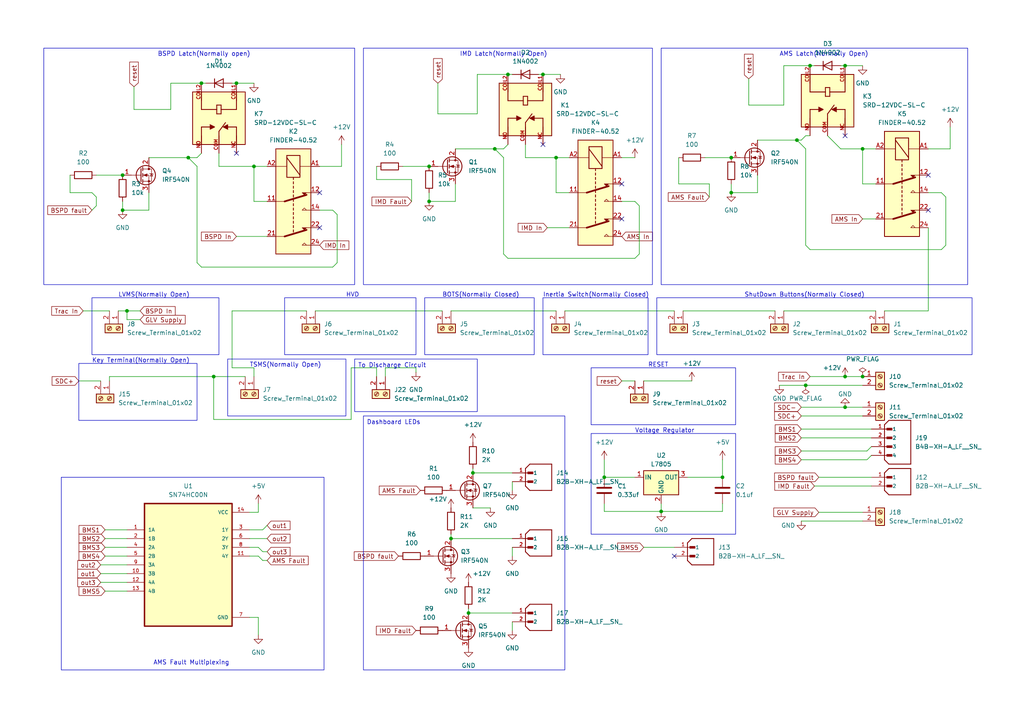
<source format=kicad_sch>
(kicad_sch (version 20230121) (generator eeschema)
  (paper "A4")
  (title_block (title "ShutDown Circuit") (rev "V1") (company "Phoenix Racing Electric"))
  (lib_symbols
    (symbol "Connector:Screw_Terminal_01x02" (pin_names (offset 1.016) hide)
      (property "Reference" "J" (at 0 2.54 0))
      (property "Value" "Screw_Terminal_01x02" (at 0 -5.08 0))
      (symbol "Screw_Terminal_01x02_1_1"
        (pin passive line (at -5.08 0 0) (length 3.81) (name "Pin_1") (number "1"))
        (pin passive line (at -5.08 -2.54 0) (length 3.81) (name "Pin_2") (number "2"))
      )
    )
    (symbol "Device:C" (pin_numbers hide) (pin_names (offset 0.254))
      (property "Reference" "C" (at 0.635 2.54 0))
      (property "Value" "C" (at 0.635 -2.54 0))
      (symbol "C_1_1"
        (pin passive line (at 0 3.81 270) (length 2.794) (name "~") (number "1"))
        (pin passive line (at 0 -3.81 90) (length 2.794) (name "~") (number "2"))
      )
    )
    (symbol "Device:R" (pin_numbers hide) (pin_names (offset 0))
      (property "Reference" "R" (at 2.032 0 90))
      (property "Value" "R" (at 0 0 90))
      (symbol "R_1_1"
        (pin passive line (at 0 3.81 270) (length 1.27) (name "~") (number "1"))
        (pin passive line (at 0 -3.81 90) (length 1.27) (name "~") (number "2"))
      )
    )
    (symbol "Diode:1N4002" (pin_numbers hide) (pin_names hide)
      (property "Reference" "D" (at 0 2.54 0))
      (property "Value" "1N4002" (at 0 -2.54 0))
      (symbol "1N4002_1_1"
        (pin passive line (at -3.81 0 0) (length 2.54) (name "K") (number "1"))
        (pin passive line (at 3.81 0 180) (length 2.54) (name "A") (number "2"))
      )
    )
    (symbol "Regulator_Linear:L7805" (pin_names (offset 0.254))
      (property "Reference" "U" (at -3.81 3.175 0))
      (property "Value" "L7805" (at 0 3.175 0))
      (symbol "L7805_1_1"
        (pin power_in line (at -7.62 0 0) (length 2.54) (name "IN") (number "1"))
        (pin power_in line (at 0 -7.62 90) (length 2.54) (name "GND") (number "2"))
        (pin power_out line (at 7.62 0 180) (length 2.54) (name "OUT") (number "3"))
      )
    )
    (symbol "Relay:FINDER-40.52"
      (property "Reference" "K" (at 16.51 3.81 0))
      (property "Value" "FINDER-40.52" (at 16.51 1.27 0))
      (symbol "FINDER-40.52_1_1"
        (pin passive line (at 0 -7.62 90) (length 2.54) (name "~") (number "11"))
        (pin passive line (at -2.54 7.62 270) (length 2.54) (name "~") (number "12"))
        (pin passive line (at 2.54 7.62 270) (length 2.54) (name "~") (number "14"))
        (pin passive line (at 10.16 -7.62 90) (length 2.54) (name "~") (number "21"))
        (pin passive line (at 7.62 7.62 270) (length 2.54) (name "~") (number "22"))
        (pin passive line (at 12.7 7.62 270) (length 2.54) (name "~") (number "24"))
        (pin passive line (at -10.16 7.62 270) (length 2.54) (name "~") (number "A1"))
        (pin passive line (at -10.16 -7.62 90) (length 2.54) (name "~") (number "A2"))
      )
    )
    (symbol "SN74HC00N:SN74HC00N" (pin_names (offset 1.016))
      (property "Reference" "U" (at -12.7 18.78 0))
      (property "Value" "SN74HC00N" (at -12.7 -21.78 0))
      (symbol "SN74HC00N_0_0"
        (pin input line (at -17.78 10.16 0) (length 5.08) (name "1A") (number "1"))
        (pin input line (at -17.78 -2.54 0) (length 5.08) (name "3B") (number "10"))
        (pin output line (at 17.78 2.54 180) (length 5.08) (name "4Y") (number "11"))
        (pin input line (at -17.78 -5.08 0) (length 5.08) (name "4A") (number "12"))
        (pin input line (at -17.78 -7.62 0) (length 5.08) (name "4B") (number "13"))
        (pin power_in line (at 17.78 15.24 180) (length 5.08) (name "VCC") (number "14"))
        (pin input line (at -17.78 7.62 0) (length 5.08) (name "1B") (number "2"))
        (pin output line (at 17.78 10.16 180) (length 5.08) (name "1Y") (number "3"))
        (pin input line (at -17.78 5.08 0) (length 5.08) (name "2A") (number "4"))
        (pin input line (at -17.78 2.54 0) (length 5.08) (name "2B") (number "5"))
        (pin output line (at 17.78 7.62 180) (length 5.08) (name "2Y") (number "6"))
        (pin power_in line (at 17.78 -15.24 180) (length 5.08) (name "GND") (number "7"))
        (pin output line (at 17.78 5.08 180) (length 5.08) (name "3Y") (number "8"))
        (pin input line (at -17.78 0 0) (length 5.08) (name "3A") (number "9"))
      )
    )
    (symbol "SRD-12VDC-SL-C:SRD-12VDC-SL-C" (pin_names (offset 1.016))
      (property "Reference" "K" (at -7.62 8.89 0))
      (property "Value" "SRD-12VDC-SL-C" (at -7.62 -10.16 0))
      (symbol "SRD-12VDC-SL-C_0_0"
        (pin passive line (at -10.16 5.08 0) (length 5.08) (name "~") (number "COIL1"))
        (pin passive line (at -10.16 -5.08 0) (length 5.08) (name "~") (number "COIL2"))
        (pin passive line (at 10.16 0 180) (length 5.08) (name "~") (number "COM"))
        (pin passive line (at 10.16 5.08 180) (length 5.08) (name "~") (number "NC"))
        (pin passive line (at 10.16 -5.08 180) (length 5.08) (name "~") (number "NO"))
      )
    )
    (symbol "Transistor_FET:IRF540N" (pin_names hide)
      (property "Reference" "Q" (at 6.35 1.905 0))
      (property "Value" "IRF540N" (at 6.35 0 0))
      (symbol "IRF540N_1_1"
        (pin input line (at -5.08 0 0) (length 2.54) (name "G") (number "1"))
        (pin passive line (at 2.54 5.08 270) (length 2.54) (name "D") (number "2"))
        (pin passive line (at 2.54 -5.08 90) (length 2.54) (name "S") (number "3"))
      )
    )
    (symbol "conn-JST-2pin:B2B-XH-A_LF__SN_" (pin_names (offset 1.016))
      (property "Reference" "J" (at -2.54 6.35 0))
      (property "Value" "B2B-XH-A_LF__SN_" (at -2.54 -5.08 0))
      (symbol "B2B-XH-A_LF__SN__0_0"
        (pin passive line (at -7.62 2.54 0) (length 5.08) (name "1") (number "1"))
        (pin passive line (at -7.62 0 0) (length 5.08) (name "2") (number "2"))
      )
    )
    (symbol "conn-JST-4pin:B4B-XH-A_LF__SN_" (pin_names (offset 1.016))
      (property "Reference" "J" (at -2.54 6.35 0))
      (property "Value" "B4B-XH-A_LF__SN_" (at -2.54 -10.16 0))
      (symbol "B4B-XH-A_LF__SN__0_0"
        (pin passive line (at -7.62 2.54 0) (length 5.08) (name "1") (number "1"))
        (pin passive line (at -7.62 0 0) (length 5.08) (name "2") (number "2"))
        (pin passive line (at -7.62 -2.54 0) (length 5.08) (name "3") (number "3"))
        (pin passive line (at -7.62 -5.08 0) (length 5.08) (name "4") (number "4"))
      )
    )
    (symbol "power:+12V" (power) (pin_names (offset 0))
      (property "Value" "+12V" (at 0 3.556 0))
      (symbol "+12V_1_1"
        (pin power_in line (at 0 0 90) (length 0) hide (name "+12V") (number "1"))
      )
    )
    (symbol "power:+5V" (power) (pin_names (offset 0))
      (property "Value" "+5V" (at 0 3.556 0))
      (symbol "+5V_1_1"
        (pin power_in line (at 0 0 90) (length 0) hide (name "+5V") (number "1"))
      )
    )
    (symbol "power:GND" (power) (pin_names (offset 0))
      (property "Value" "GND" (at 0 -3.81 0))
      (symbol "GND_1_1"
        (pin power_in line (at 0 0 270) (length 0) hide (name "GND") (number "1"))
      )
    )
    (symbol "power:PWR_FLAG" (power) (pin_numbers hide) (pin_names (offset 0) hide)
      (property "Value" "PWR_FLAG" (at 0 3.81 0))
      (symbol "PWR_FLAG_0_0"
        (pin power_out line (at 0 0 90) (length 0) (name "pwr") (number "1"))
      )
    )
  )
  (junction (at 61.976 109.22))
  (junction (at 245.11 118.11))
  (junction (at 157.48 21.59))
  (junction (at 58.42 24.13))
  (junction (at 35.56 50.8))
  (junction (at 250.19 43.18))
  (junction (at 175.26 138.43))
  (junction (at 73.66 48.26))
  (junction (at 234.95 19.05))
  (junction (at 36.83 90.17))
  (junction (at 124.46 58.42))
  (junction (at 212.09 55.88))
  (junction (at 130.81 156.21))
  (junction (at 137.16 137.16))
  (junction (at 209.55 138.43))
  (junction (at 250.19 109.22))
  (junction (at 191.77 148.336))
  (junction (at 245.11 19.05))
  (junction (at 245.11 109.22))
  (junction (at 147.32 21.59))
  (junction (at 212.09 45.72))
  (junction (at 161.29 45.72))
  (junction (at 135.89 177.8))
  (junction (at 68.58 24.13))
  (junction (at 143.51 43.18))
  (junction (at 233.68 111.76))
  (junction (at 124.46 48.26))
  (junction (at 231.14 40.64))
  (junction (at 35.56 60.96))
  (junction (at 54.61 45.72))
  (no_connect (at 195.58 161.29))
  (no_connect (at 92.71 66.04))
  (no_connect (at 157.48 41.91))
  (no_connect (at 269.24 50.8))
  (no_connect (at 68.58 44.45))
  (no_connect (at 269.24 60.96))
  (no_connect (at 245.11 39.37))
  (no_connect (at 180.34 63.5))
  (no_connect (at 92.71 55.88))
  (no_connect (at 180.34 53.34))
  (wire (pts (xy 198.12 90.17) (xy 224.79 90.17)))
  (wire (pts (xy 146.05 45.72) (xy 143.51 43.18)))
  (wire (pts (xy 137.16 137.16) (xy 148.59 137.16)))
  (wire (pts (xy 35.56 60.96) (xy 43.18 60.96)))
  (wire (pts (xy 30.48 161.29) (xy 36.83 161.29)))
  (wire (pts (xy 61.976 109.22) (xy 71.12 109.22)))
  (wire (pts (xy 232.41 130.81) (xy 251.46 130.81)))
  (wire (pts (xy 152.4 45.72) (xy 161.29 45.72)))
  (wire (pts (xy 54.61 45.72) (xy 57.15 45.72)))
  (wire (pts (xy 227.33 19.05) (xy 227.33 30.48)))
  (wire (pts (xy 274.32 71.12) (xy 273.05 72.39)))
  (wire (pts (xy 38.862 25.146) (xy 38.862 31.75)))
  (wire (pts (xy 250.19 53.34) (xy 254 53.34)))
  (wire (pts (xy 232.41 133.35) (xy 251.46 133.35)))
  (wire (pts (xy 243.84 43.18) (xy 250.19 43.18)))
  (wire (pts (xy 236.22 140.97) (xy 252.73 140.97)))
  (wire (pts (xy 245.11 109.22) (xy 250.19 109.22)))
  (wire (pts (xy 76.2 160.02) (xy 74.93 158.75)))
  (wire (pts (xy 147.32 21.59) (xy 148.59 21.59)))
  (wire (pts (xy 243.84 19.05) (xy 245.11 19.05)))
  (wire (pts (xy 240.03 39.37) (xy 243.84 43.18)))
  (wire (pts (xy 180.34 58.42) (xy 184.15 58.42)))
  (wire (pts (xy 111.76 106.68) (xy 120.65 106.68)))
  (wire (pts (xy 161.29 45.72) (xy 165.1 45.72)))
  (wire (pts (xy 35.56 58.42) (xy 35.56 60.96)))
  (wire (pts (xy 22.86 110.49) (xy 29.21 110.49)))
  (wire (pts (xy 77.47 160.02) (xy 76.2 160.02)))
  (wire (pts (xy 232.41 151.13) (xy 250.19 151.13)))
  (wire (pts (xy 161.29 55.88) (xy 165.1 55.88)))
  (wire (pts (xy 175.26 146.05) (xy 175.26 148.336)))
  (wire (pts (xy 74.93 161.29) (xy 76.2 162.56)))
  (wire (pts (xy 130.81 156.21) (xy 148.59 156.21)))
  (wire (pts (xy 58.42 24.13) (xy 59.69 24.13)))
  (wire (pts (xy 38.862 31.75) (xy 49.53 31.75)))
  (wire (pts (xy 212.09 53.34) (xy 212.09 55.88)))
  (wire (pts (xy 27.94 59.69) (xy 26.67 60.96)))
  (wire (pts (xy 251.46 130.81) (xy 252.73 129.54)))
  (wire (pts (xy 132.08 53.34) (xy 132.08 58.42)))
  (wire (pts (xy 185.42 73.66) (xy 184.15 74.93)))
  (wire (pts (xy 57.15 76.2) (xy 57.15 48.26)))
  (wire (pts (xy 227.33 19.05) (xy 234.95 19.05)))
  (wire (pts (xy 76.2 153.67) (xy 77.47 152.4)))
  (wire (pts (xy 191.77 148.336) (xy 209.55 148.336)))
  (wire (pts (xy 217.17 30.48) (xy 227.33 30.48)))
  (wire (pts (xy 275.59 36.83) (xy 275.59 43.18)))
  (wire (pts (xy 274.32 57.15) (xy 274.32 71.12)))
  (wire (pts (xy 132.08 43.18) (xy 143.51 43.18)))
  (wire (pts (xy 232.41 124.46) (xy 252.73 124.46)))
  (wire (pts (xy 234.95 72.39) (xy 233.68 71.12)))
  (wire (pts (xy 109.22 52.07) (xy 119.38 52.07)))
  (wire (pts (xy 99.06 41.91) (xy 99.06 48.26)))
  (wire (pts (xy 72.39 156.21) (xy 77.47 156.21)))
  (wire (pts (xy 130.81 154.94) (xy 130.81 156.21)))
  (wire (pts (xy 237.49 138.43) (xy 252.73 138.43)))
  (wire (pts (xy 137.16 147.32) (xy 142.24 147.32)))
  (wire (pts (xy 217.17 22.86) (xy 217.17 30.48)))
  (wire (pts (xy 186.69 158.75) (xy 195.58 158.75)))
  (wire (pts (xy 199.39 138.43) (xy 209.55 138.43)))
  (wire (pts (xy 269.24 55.88) (xy 273.05 55.88)))
  (wire (pts (xy 233.68 111.76) (xy 250.19 111.76)))
  (wire (pts (xy 251.46 133.35) (xy 252.73 132.08)))
  (wire (pts (xy 156.21 21.59) (xy 157.48 21.59)))
  (wire (pts (xy 92.71 48.26) (xy 99.06 48.26)))
  (wire (pts (xy 111.76 106.68) (xy 111.76 109.22)))
  (wire (pts (xy 135.89 176.53) (xy 135.89 177.8)))
  (wire (pts (xy 180.34 110.49) (xy 184.15 110.49)))
  (wire (pts (xy 146.05 73.66) (xy 146.05 45.72)))
  (wire (pts (xy 233.68 43.18) (xy 231.14 40.64)))
  (wire (pts (xy 227.33 90.17) (xy 254 90.17)))
  (wire (pts (xy 175.26 148.336) (xy 191.77 148.336)))
  (wire (pts (xy 74.93 146.05) (xy 74.93 148.59)))
  (wire (pts (xy 191.77 148.336) (xy 191.77 148.59)))
  (wire (pts (xy 161.29 45.72) (xy 161.29 55.88)))
  (wire (pts (xy 92.71 60.96) (xy 96.52 60.96)))
  (wire (pts (xy 158.75 66.04) (xy 165.1 66.04)))
  (wire (pts (xy 124.46 58.42) (xy 132.08 58.42)))
  (wire (pts (xy 250.19 63.5) (xy 254 63.5)))
  (wire (pts (xy 30.48 156.21) (xy 36.83 156.21)))
  (wire (pts (xy 61.976 109.22) (xy 61.976 121.666)))
  (wire (pts (xy 76.2 162.56) (xy 77.47 162.56)))
  (wire (pts (xy 196.85 53.34) (xy 196.85 45.72)))
  (wire (pts (xy 67.31 90.17) (xy 88.9 90.17)))
  (wire (pts (xy 97.79 76.2) (xy 96.52 77.47)))
  (wire (pts (xy 209.55 133.35) (xy 209.55 138.43)))
  (wire (pts (xy 36.83 92.71) (xy 40.64 92.71)))
  (wire (pts (xy 250.19 43.18) (xy 254 43.18)))
  (wire (pts (xy 204.47 45.72) (xy 212.09 45.72)))
  (wire (pts (xy 137.16 135.89) (xy 137.16 137.16)))
  (wire (pts (xy 234.95 109.22) (xy 245.11 109.22)))
  (wire (pts (xy 72.39 153.67) (xy 76.2 153.67)))
  (wire (pts (xy 30.48 158.75) (xy 36.83 158.75)))
  (wire (pts (xy 63.5 48.26) (xy 73.66 48.26)))
  (wire (pts (xy 36.83 90.17) (xy 36.83 92.71)))
  (wire (pts (xy 30.48 171.45) (xy 36.83 171.45)))
  (wire (pts (xy 186.69 110.49) (xy 200.66 110.49)))
  (wire (pts (xy 209.55 146.05) (xy 209.55 148.336)))
  (wire (pts (xy 127 33.02) (xy 138.43 33.02)))
  (wire (pts (xy 31.75 109.22) (xy 31.75 110.49)))
  (wire (pts (xy 30.48 153.67) (xy 36.83 153.67)))
  (wire (pts (xy 26.67 55.88) (xy 27.94 57.15)))
  (wire (pts (xy 231.14 40.64) (xy 232.41 40.64)))
  (wire (pts (xy 20.32 50.8) (xy 20.32 55.88)))
  (wire (pts (xy 109.22 48.26) (xy 109.22 52.07)))
  (wire (pts (xy 138.43 21.59) (xy 138.43 33.02)))
  (wire (pts (xy 269.24 43.18) (xy 275.59 43.18)))
  (wire (pts (xy 233.68 71.12) (xy 233.68 43.18)))
  (wire (pts (xy 72.39 161.29) (xy 74.93 161.29)))
  (wire (pts (xy 245.11 19.05) (xy 250.19 19.05)))
  (wire (pts (xy 34.29 90.17) (xy 36.83 90.17)))
  (wire (pts (xy 63.5 44.45) (xy 63.5 48.26)))
  (wire (pts (xy 152.4 41.91) (xy 152.4 45.72)))
  (wire (pts (xy 175.26 138.43) (xy 184.15 138.43)))
  (wire (pts (xy 234.95 39.37) (xy 233.68 39.37)))
  (wire (pts (xy 58.42 77.47) (xy 57.15 76.2)))
  (wire (pts (xy 68.58 68.58) (xy 77.47 68.58)))
  (wire (pts (xy 148.59 139.7) (xy 148.59 142.24)))
  (wire (pts (xy 29.21 166.37) (xy 36.83 166.37)))
  (wire (pts (xy 146.05 43.18) (xy 147.32 41.91)))
  (wire (pts (xy 205.74 53.34) (xy 205.74 57.15)))
  (wire (pts (xy 67.31 90.17) (xy 67.31 106.68)))
  (wire (pts (xy 49.53 24.13) (xy 49.53 31.75)))
  (wire (pts (xy 72.39 148.59) (xy 74.93 148.59)))
  (wire (pts (xy 184.15 74.93) (xy 147.32 74.93)))
  (wire (pts (xy 109.22 106.68) (xy 109.22 109.22)))
  (wire (pts (xy 74.93 179.07) (xy 74.93 184.15)))
  (wire (pts (xy 157.48 21.59) (xy 162.56 21.59)))
  (wire (pts (xy 36.83 90.17) (xy 40.64 90.17)))
  (wire (pts (xy 61.976 121.666) (xy 101.854 121.666)))
  (wire (pts (xy 119.38 52.07) (xy 119.38 58.42)))
  (wire (pts (xy 184.15 58.42) (xy 185.42 59.69)))
  (wire (pts (xy 143.51 43.18) (xy 146.05 43.18)))
  (wire (pts (xy 72.39 179.07) (xy 74.93 179.07)))
  (wire (pts (xy 237.49 148.59) (xy 250.19 148.59)))
  (wire (pts (xy 57.15 48.26) (xy 54.61 45.72)))
  (wire (pts (xy 273.05 55.88) (xy 274.32 57.15)))
  (wire (pts (xy 269.24 66.04) (xy 269.24 90.17)))
  (wire (pts (xy 29.21 163.83) (xy 36.83 163.83)))
  (wire (pts (xy 116.84 48.26) (xy 124.46 48.26)))
  (wire (pts (xy 101.854 106.68) (xy 109.22 106.68)))
  (wire (pts (xy 29.21 168.91) (xy 36.83 168.91)))
  (wire (pts (xy 180.34 45.72) (xy 184.15 45.72)))
  (wire (pts (xy 91.44 90.17) (xy 128.27 90.17)))
  (wire (pts (xy 73.66 106.68) (xy 73.66 109.22)))
  (wire (pts (xy 20.32 55.88) (xy 26.67 55.88)))
  (wire (pts (xy 96.52 60.96) (xy 97.79 62.23)))
  (wire (pts (xy 27.94 57.15) (xy 27.94 59.69)))
  (wire (pts (xy 67.31 106.68) (xy 73.66 106.68)))
  (wire (pts (xy 43.18 45.72) (xy 54.61 45.72)))
  (wire (pts (xy 96.52 77.47) (xy 58.42 77.47)))
  (wire (pts (xy 31.75 109.22) (xy 61.976 109.22)))
  (wire (pts (xy 232.41 127) (xy 252.73 127)))
  (wire (pts (xy 147.32 74.93) (xy 146.05 73.66)))
  (wire (pts (xy 58.42 44.45) (xy 57.15 45.72)))
  (wire (pts (xy 163.83 90.17) (xy 195.58 90.17)))
  (wire (pts (xy 256.54 90.17) (xy 269.24 90.17)))
  (wire (pts (xy 273.05 72.39) (xy 234.95 72.39)))
  (wire (pts (xy 185.42 59.69) (xy 185.42 73.66)))
  (wire (pts (xy 219.71 40.64) (xy 231.14 40.64)))
  (wire (pts (xy 43.18 55.88) (xy 43.18 60.96)))
  (wire (pts (xy 101.854 106.68) (xy 101.854 121.666)))
  (wire (pts (xy 232.41 120.65) (xy 250.19 120.65)))
  (wire (pts (xy 138.43 21.59) (xy 147.32 21.59)))
  (wire (pts (xy 175.26 133.35) (xy 175.26 138.43)))
  (wire (pts (xy 148.59 180.34) (xy 148.59 182.88)))
  (wire (pts (xy 130.81 90.17) (xy 161.29 90.17)))
  (wire (pts (xy 233.68 39.37) (xy 232.41 40.64)))
  (wire (pts (xy 68.58 24.13) (xy 73.66 24.13)))
  (wire (pts (xy 49.53 24.13) (xy 58.42 24.13)))
  (wire (pts (xy 120.65 106.68) (xy 120.65 107.95)))
  (wire (pts (xy 73.66 58.42) (xy 77.47 58.42)))
  (wire (pts (xy 205.74 53.34) (xy 196.85 53.34)))
  (wire (pts (xy 24.13 90.17) (xy 31.75 90.17)))
  (wire (pts (xy 232.41 118.11) (xy 245.11 118.11)))
  (wire (pts (xy 27.94 50.8) (xy 35.56 50.8)))
  (wire (pts (xy 135.89 177.8) (xy 148.59 177.8)))
  (wire (pts (xy 73.66 48.26) (xy 77.47 48.26)))
  (wire (pts (xy 97.79 62.23) (xy 97.79 76.2)))
  (wire (pts (xy 73.66 48.26) (xy 73.66 58.42)))
  (wire (pts (xy 124.46 55.88) (xy 124.46 58.42)))
  (wire (pts (xy 245.11 118.11) (xy 250.19 118.11)))
  (wire (pts (xy 67.31 24.13) (xy 68.58 24.13)))
  (wire (pts (xy 219.71 50.8) (xy 219.71 55.88)))
  (wire (pts (xy 191.77 146.05) (xy 191.77 148.336)))
  (wire (pts (xy 72.39 158.75) (xy 74.93 158.75)))
  (wire (pts (xy 148.59 158.75) (xy 148.59 161.29)))
  (wire (pts (xy 226.06 111.76) (xy 233.68 111.76)))
  (wire (pts (xy 212.09 55.88) (xy 219.71 55.88)))
  (wire (pts (xy 250.19 43.18) (xy 250.19 53.34)))
  (wire (pts (xy 127 24.13) (xy 127 33.02)))
  (wire (pts (xy 234.95 19.05) (xy 236.22 19.05)))
  (rectangle (start 123.19 86.36) (end 154.94 102.87))
  (rectangle (start 191.77 86.36) (end 191.77 86.36))
  (rectangle (start 12.7 13.97) (end 102.87 82.55))
  (rectangle (start 171.45 125.73) (end 213.36 154.94))
  (rectangle (start 105.41 13.97) (end 189.23 82.55))
  (rectangle (start 26.67 86.36) (end 63.5 102.87))
  (rectangle (start 82.55 86.36) (end 120.65 102.87))
  (rectangle (start 190.5 86.36) (end 281.94 102.87))
  (rectangle (start 157.48 86.36) (end 187.96 102.87))
  (rectangle (start 22.86 105.41) (end 57.15 121.92))
  (rectangle (start 17.78 138.43) (end 93.98 194.31))
  (rectangle (start 171.45 106.68) (end 213.36 123.19))
  (rectangle (start 191.77 86.36) (end 191.77 86.36))
  (rectangle (start 191.77 13.97) (end 280.67 82.55))
  (rectangle (start 66.04 104.14) (end 100.33 120.65))
  (text_box "To Discharge Circuit\n" (at 102.87 104.14 0) (size 35.56 15.24) (effects (font (size 1.27 1.27)) (justify left top)))
  (text_box "Dashboard LEDs" (at 105.41 120.65 0) (size 58.42 73.66) (effects (font (size 1.27 1.27)) (justify left top)))
  (text "AMS Latch(Normally Open)" (at 226.06 16.51 0) (effects (font (size 1.27 1.27)) (justify left bottom)))
  (text "LVMS(Normally Open)" (at 34.29 86.36 0) (effects (font (size 1.27 1.27)) (justify left bottom)))
  (text "BOTS(Normally Closed)" (at 128.27 86.36 0) (effects (font (size 1.27 1.27)) (justify left bottom)))
  (text "HVD " (at 100.33 86.36 0) (effects (font (size 1.27 1.27)) (justify left bottom)))
  (text "TSMS(Normally Open)" (at 72.39 106.68 0) (effects (font (size 1.27 1.27)) (justify left bottom)))
  (text "AMS Fault Multiplexing" (at 44.45 193.04 0) (effects (font (size 1.27 1.27)) (justify left bottom)))
  (text "IMD Latch(Normally Open)" (at 133.35 16.51 0) (effects (font (size 1.27 1.27)) (justify left bottom)))
  (text "BSPD Latch(Normally open)" (at 45.72 16.51 0) (effects (font (size 1.27 1.27)) (justify left bottom)))
  (text "RESET" (at 187.96 106.68 0) (effects (font (size 1.27 1.27)) (justify left bottom)))
  (text "ShutDown Buttons(Normally Closed)" (at 215.9 86.36 0) (effects (font (size 1.27 1.27)) (justify left bottom)))
  (text "Inertia Switch(Normally Closed)" (at 157.48 86.36 0) (effects (font (size 1.27 1.27)) (justify left bottom)))
  (text "Voltage Regulator" (at 184.15 125.73 0) (effects (font (size 1.27 1.27)) (justify left bottom)))
  (text "Key Terminal(Normally Open)" (at 26.67 105.41 0) (effects (font (size 1.27 1.27)) (justify left bottom)))
  (global_label "AMS In" (shape input) (at 180.34 68.58 0) (property "Intersheetrefs" "${INTERSHEET_REFS}" (effects hide)))
  (global_label "reset" (shape input) (at 217.17 22.86 90) (property "Intersheetrefs" "${INTERSHEET_REFS}" (effects hide)))
  (global_label "IMD Fault" (shape input) (at 119.38 58.42 180) (property "Intersheetrefs" "${INTERSHEET_REFS}" (effects hide)))
  (global_label "BSPD fault" (shape input) (at 26.67 60.96 180) (property "Intersheetrefs" "${INTERSHEET_REFS}" (effects hide)))
  (global_label "BMS1" (shape input) (at 232.41 124.46 180) (property "Intersheetrefs" "${INTERSHEET_REFS}" (effects hide)))
  (global_label "SDC+" (shape input) (at 22.86 110.49 180) (property "Intersheetrefs" "${INTERSHEET_REFS}" (effects hide)))
  (global_label "out1" (shape input) (at 77.47 152.4 0) (property "Intersheetrefs" "${INTERSHEET_REFS}" (effects hide)))
  (global_label "BMS3" (shape input) (at 232.41 130.81 180) (property "Intersheetrefs" "${INTERSHEET_REFS}" (effects hide)))
  (global_label "BMS4" (shape input) (at 232.41 133.35 180) (property "Intersheetrefs" "${INTERSHEET_REFS}" (effects hide)))
  (global_label "AMS Fault" (shape input) (at 121.92 142.24 180) (property "Intersheetrefs" "${INTERSHEET_REFS}" (effects hide)))
  (global_label "reset" (shape input) (at 38.862 25.146 90) (property "Intersheetrefs" "${INTERSHEET_REFS}" (effects hide)))
  (global_label "Trac In" (shape input) (at 24.13 90.17 180) (property "Intersheetrefs" "${INTERSHEET_REFS}" (effects hide)))
  (global_label "AMS In" (shape input) (at 250.19 63.5 180) (property "Intersheetrefs" "${INTERSHEET_REFS}" (effects hide)))
  (global_label "SDC+" (shape input) (at 232.41 120.65 180) (property "Intersheetrefs" "${INTERSHEET_REFS}" (effects hide)))
  (global_label "out3" (shape input) (at 77.47 160.02 0) (property "Intersheetrefs" "${INTERSHEET_REFS}" (effects hide)))
  (global_label "IMD Fault" (shape input) (at 236.22 140.97 180) (property "Intersheetrefs" "${INTERSHEET_REFS}" (effects hide)))
  (global_label "IMD In" (shape input) (at 92.71 71.12 0) (property "Intersheetrefs" "${INTERSHEET_REFS}" (effects hide)))
  (global_label "reset" (shape input) (at 180.34 110.49 180) (property "Intersheetrefs" "${INTERSHEET_REFS}" (effects hide)))
  (global_label "out1" (shape input) (at 29.21 166.37 180) (property "Intersheetrefs" "${INTERSHEET_REFS}" (effects hide)))
  (global_label "BMS1" (shape input) (at 30.48 153.67 180) (property "Intersheetrefs" "${INTERSHEET_REFS}" (effects hide)))
  (global_label "BSPD In" (shape input) (at 40.64 90.17 0) (property "Intersheetrefs" "${INTERSHEET_REFS}" (effects hide)))
  (global_label "reset" (shape input) (at 127 24.13 90) (property "Intersheetrefs" "${INTERSHEET_REFS}" (effects hide)))
  (global_label "BSPD fault" (shape input) (at 115.57 161.29 180) (property "Intersheetrefs" "${INTERSHEET_REFS}" (effects hide)))
  (global_label "SDC-" (shape input) (at 232.41 118.11 180) (property "Intersheetrefs" "${INTERSHEET_REFS}" (effects hide)))
  (global_label "BMS5" (shape input) (at 30.48 171.45 180) (property "Intersheetrefs" "${INTERSHEET_REFS}" (effects hide)))
  (global_label "GLV Supply" (shape input) (at 40.64 92.71 0) (property "Intersheetrefs" "${INTERSHEET_REFS}" (effects hide)))
  (global_label "out3" (shape input) (at 29.21 168.91 180) (property "Intersheetrefs" "${INTERSHEET_REFS}" (effects hide)))
  (global_label "BMS4" (shape input) (at 30.48 161.29 180) (property "Intersheetrefs" "${INTERSHEET_REFS}" (effects hide)))
  (global_label "BMS5" (shape input) (at 186.69 158.75 180) (property "Intersheetrefs" "${INTERSHEET_REFS}" (effects hide)))
  (global_label "BMS2" (shape input) (at 30.48 156.21 180) (property "Intersheetrefs" "${INTERSHEET_REFS}" (effects hide)))
  (global_label "BSPD fault" (shape input) (at 237.49 138.43 180) (property "Intersheetrefs" "${INTERSHEET_REFS}" (effects hide)))
  (global_label "out2" (shape input) (at 29.21 163.83 180) (property "Intersheetrefs" "${INTERSHEET_REFS}" (effects hide)))
  (global_label "BMS2" (shape input) (at 232.41 127 180) (property "Intersheetrefs" "${INTERSHEET_REFS}" (effects hide)))
  (global_label "AMS Fault" (shape input) (at 205.74 57.15 180) (property "Intersheetrefs" "${INTERSHEET_REFS}" (effects hide)))
  (global_label "IMD Fault" (shape input) (at 120.65 182.88 180) (property "Intersheetrefs" "${INTERSHEET_REFS}" (effects hide)))
  (global_label "Trac In" (shape input) (at 234.95 109.22 180) (property "Intersheetrefs" "${INTERSHEET_REFS}" (effects hide)))
  (global_label "GLV Supply" (shape input) (at 237.49 148.59 180) (property "Intersheetrefs" "${INTERSHEET_REFS}" (effects hide)))
  (global_label "out2" (shape input) (at 77.47 156.21 0) (property "Intersheetrefs" "${INTERSHEET_REFS}" (effects hide)))
  (global_label "IMD In" (shape input) (at 158.75 66.04 180) (property "Intersheetrefs" "${INTERSHEET_REFS}" (effects hide)))
  (global_label "AMS Fault" (shape input) (at 77.47 162.56 0) (property "Intersheetrefs" "${INTERSHEET_REFS}" (effects hide)))
  (global_label "BMS3" (shape input) (at 30.48 158.75 180) (property "Intersheetrefs" "${INTERSHEET_REFS}" (effects hide)))
  (global_label "BSPD In" (shape input) (at 68.58 68.58 180) (property "Intersheetrefs" "${INTERSHEET_REFS}" (effects hide)))
  (symbol (lib_id "Connector:Screw_Terminal_01x02") (at 130.81 95.25 270) (unit 1)
    (property "Reference" "J5" (at 133.35 93.98 90) (effects (justify left)))
    (property "Value" "Screw_Terminal_01x02" (at 133.35 96.52 90) (effects (justify left)))
    (property "Footprint" "TerminalBlock_Phoenix:TerminalBlock_Phoenix_MKDS-1,5-2-5.08_1x02_P5.08mm_Horizontal" (effects hide))
  )
  (symbol (lib_id "Transistor_FET:IRF540N") (at 128.27 161.29 0) (unit 1)
    (property "Reference" "Q3" (at 133.604 160.02 0) (effects (justify left)))
    (property "Value" "IRF540N" (at 133.604 162.56 0) (effects (justify left)))
    (property "Footprint" "Package_TO_SOT_THT:TO-220-3_Vertical" (effects hide))
    (property "Datasheet" "http://www.irf.com/product-info/datasheets/data/irf540n.pdf" (effects hide))
  )
  (symbol (lib_id "Relay:FINDER-40.52") (at 172.72 55.88 270) (unit 1)
    (property "Reference" "K4" (at 172.72 35.56 90))
    (property "Value" "FINDER-40.52" (at 172.72 38.1 90))
    (property "Footprint" "Relay_THT:Relay_DPDT_Finder_40.52" (effects hide))
    (property "Datasheet" "http://gfinder.findernet.com/assets/Series/353/S40EN.pdf" (effects hide))
  )
  (symbol (lib_id "power:+12V") (at 200.66 110.49 0) (unit 1)
    (property "Reference" "#PWR014" (effects hide))
    (property "Value" "+12V" (at 200.66 105.41 0))
  )
  (symbol (lib_id "Connector:Screw_Terminal_01x02") (at 34.29 95.25 270) (unit 1)
    (property "Reference" "J8" (at 36.83 93.98 90) (effects (justify left)))
    (property "Value" "Screw_Terminal_01x02" (at 36.83 96.52 90) (effects (justify left)))
    (property "Footprint" "TerminalBlock_Phoenix:TerminalBlock_Phoenix_MKDS-1,5-2-5.08_1x02_P5.08mm_Horizontal" (effects hide))
  )
  (symbol (lib_id "power:GND") (at 212.09 55.88 0) (unit 1)
    (property "Reference" "#PWR07" (effects hide))
    (property "Value" "GND" (at 212.09 60.96 0))
  )
  (symbol (lib_id "Device:C") (at 209.55 142.24 0) (unit 1)
    (property "Reference" "C2" (at 213.36 140.97 0) (effects (justify left)))
    (property "Value" "0.1uf" (at 213.36 143.51 0) (effects (justify left)))
    (property "Footprint" "Capacitor_THT:C_Disc_D5.0mm_W2.5mm_P5.00mm" (effects hide))
  )
  (symbol (lib_id "Relay:FINDER-40.52") (at 85.09 58.42 270) (unit 1)
    (property "Reference" "K2" (at 85.09 38.1 90))
    (property "Value" "FINDER-40.52" (at 85.09 40.64 90))
    (property "Footprint" "Relay_THT:Relay_DPDT_Finder_40.52" (effects hide))
    (property "Datasheet" "http://gfinder.findernet.com/assets/Series/353/S40EN.pdf" (effects hide))
  )
  (symbol (lib_id "power:+12V") (at 184.15 45.72 0) (unit 1)
    (property "Reference" "#PWR06" (effects hide))
    (property "Value" "+12V" (at 184.15 40.64 0))
  )
  (symbol (lib_id "power:+5V") (at 74.93 146.05 0) (unit 1)
    (property "Reference" "#PWR010" (effects hide))
    (property "Value" "+5V" (at 74.93 140.97 0))
  )
  (symbol (lib_id "Connector:Screw_Terminal_01x02") (at 31.75 115.57 270) (unit 1)
    (property "Reference" "J15" (at 34.29 114.3 90) (effects (justify left)))
    (property "Value" "Screw_Terminal_01x02" (at 34.29 116.84 90) (effects (justify left)))
    (property "Footprint" "TerminalBlock_Phoenix:TerminalBlock_Phoenix_MKDS-1,5-2-5.08_1x02_P5.08mm_Horizontal" (effects hide))
  )
  (symbol (lib_id "conn-JST-2pin:B2B-XH-A_LF__SN_") (at 203.2 161.29 0) (unit 1)
    (property "Reference" "J13" (at 208.28 158.75 0) (effects (justify left)))
    (property "Value" "B2B-XH-A_LF__SN_" (at 208.28 161.29 0) (effects (justify left)))
    (property "Footprint" "conn-JST-2pin:JST_B2B-XH-A_LF__SN_" (effects hide))
    (property "MF" "JST Sales America Inc." (effects hide))
    (property "MAXIMUM_PACKAGE_HEIGHT" "7 mm" (effects hide))
    (property "Package" "None" (effects hide))
    (property "Price" "None" (effects hide))
    (property "Check_prices" "https://www.snapeda.com/parts/B2B-XH-A(LF)(SN)/JST+Sales+America+Inc./view-part/?ref=eda" (effects hide))
    (property "STANDARD" "Manufacturer Recommendations" (effects hide))
    (property "PARTREV" "N/A" (effects hide))
    (property "SnapEDA_Link" "https://www.snapeda.com/parts/B2B-XH-A(LF)(SN)/JST+Sales+America+Inc./view-part/?ref=snap" (effects hide))
    (property "MP" "B2B-XH-A(LF)(SN)" (effects hide))
    (property "Description" "\nConnector Header Through Hole 2 position 0.098 (2.50mm)\n" (effects hide))
    (property "Availability" "In Stock" (effects hide))
    (property "MANUFACTURER" "JST Sales America Inc." (effects hide))
  )
  (symbol (lib_id "Diode:1N4002") (at 240.03 19.05 0) (unit 1)
    (property "Reference" "D3" (at 240.03 12.7 0))
    (property "Value" "1N4002" (at 240.03 15.24 0))
    (property "Footprint" "Diode_THT:D_DO-41_SOD81_P10.16mm_Horizontal" (effects hide))
    (property "Datasheet" "http://www.vishay.com/docs/88503/1n4001.pdf" (effects hide))
    (property "Sim.Device" "D" (effects hide))
    (property "Sim.Pins" "1=K 2=A" (effects hide))
  )
  (symbol (lib_id "SRD-12VDC-SL-C:SRD-12VDC-SL-C") (at 152.4 31.75 270) (unit 1)
    (property "Reference" "K1" (at 162.56 30.48 90) (effects (justify left)))
    (property "Value" "SRD-12VDC-SL-C" (at 161.29 33.02 90) (effects (justify left)))
    (property "Footprint" "SRD-12VDC-SL-C:RELAY_SRD-12VDC-SL-C" (effects hide))
    (property "PARTREV" "1.0" (effects hide))
    (property "STANDARD" "IPC 7351B" (effects hide))
    (property "MAXIMUM_PACKAGE_HEIGHT" "15.8 mm" (effects hide))
    (property "MANUFACTURER" "Songle Relay" (effects hide))
  )
  (symbol (lib_id "Device:R") (at 24.13 50.8 90) (unit 1)
    (property "Reference" "R2" (at 24.13 44.45 90))
    (property "Value" "100" (at 24.13 46.99 90))
    (property "Footprint" "Resistor_THT:R_Axial_DIN0207_L6.3mm_D2.5mm_P10.16mm_Horizontal" (effects hide))
  )
  (symbol (lib_id "power:+12V") (at 137.16 128.27 0) (unit 1)
    (property "Reference" "#PWR018" (effects hide))
    (property "Value" "+12V" (at 137.16 123.19 0))
  )
  (symbol (lib_id "Device:R") (at 119.38 161.29 90) (unit 1)
    (property "Reference" "R6" (at 119.38 154.94 90))
    (property "Value" "100" (at 119.38 157.48 90))
    (property "Footprint" "Resistor_THT:R_Axial_DIN0207_L6.3mm_D2.5mm_P10.16mm_Horizontal" (effects hide))
  )
  (symbol (lib_id "Connector:Screw_Terminal_01x02") (at 227.33 95.25 270) (unit 1)
    (property "Reference" "J2" (at 229.87 93.98 90) (effects (justify left)))
    (property "Value" "Screw_Terminal_01x02" (at 229.87 96.52 90) (effects (justify left)))
    (property "Footprint" "TerminalBlock_Phoenix:TerminalBlock_Phoenix_MKDS-1,5-2-5.08_1x02_P5.08mm_Horizontal" (effects hide))
  )
  (symbol (lib_id "power:GND") (at 148.59 142.24 0) (unit 1)
    (property "Reference" "#PWR028" (effects hide))
    (property "Value" "GND" (at 148.59 147.32 0))
  )
  (symbol (lib_id "Connector:Screw_Terminal_01x02") (at 91.44 95.25 270) (unit 1)
    (property "Reference" "J6" (at 93.98 93.98 90) (effects (justify left)))
    (property "Value" "Screw_Terminal_01x02" (at 93.98 96.52 90) (effects (justify left)))
    (property "Footprint" "TerminalBlock_Phoenix:TerminalBlock_Phoenix_MKDS-1,5-2-5.08_1x02_P5.08mm_Horizontal" (effects hide))
  )
  (symbol (lib_id "Transistor_FET:IRF540N") (at 40.64 50.8 0) (unit 1)
    (property "Reference" "Q4" (at 46.99 49.53 0) (effects (justify left)))
    (property "Value" "IRF540N" (at 46.99 52.07 0) (effects (justify left)))
    (property "Footprint" "Package_TO_SOT_THT:TO-220-3_Vertical" (effects hide))
    (property "Datasheet" "http://www.irf.com/product-info/datasheets/data/irf540n.pdf" (effects hide))
  )
  (symbol (lib_id "power:GND") (at 130.81 166.37 0) (unit 1)
    (property "Reference" "#PWR022" (effects hide))
    (property "Value" "GND" (at 130.81 171.45 0))
  )
  (symbol (lib_id "Device:R") (at 124.46 182.88 90) (unit 1)
    (property "Reference" "R9" (at 124.46 176.53 90))
    (property "Value" "100" (at 124.46 179.07 90))
    (property "Footprint" "Resistor_THT:R_Axial_DIN0207_L6.3mm_D2.5mm_P10.16mm_Horizontal" (effects hide))
  )
  (symbol (lib_id "Connector:Screw_Terminal_01x02") (at 255.27 118.11 0) (unit 1)
    (property "Reference" "J11" (at 257.81 118.11 0) (effects (justify left)))
    (property "Value" "Screw_Terminal_01x02" (at 257.81 120.65 0) (effects (justify left)))
    (property "Footprint" "TerminalBlock_Phoenix:TerminalBlock_Phoenix_MKDS-1,5-2-5.08_1x02_P5.08mm_Horizontal" (effects hide))
  )
  (symbol (lib_id "power:GND") (at 124.46 58.42 0) (unit 1)
    (property "Reference" "#PWR04" (effects hide))
    (property "Value" "GND" (at 124.46 63.5 0))
  )
  (symbol (lib_id "power:GND") (at 226.06 111.76 0) (unit 1)
    (property "Reference" "#PWR013" (effects hide))
    (property "Value" "GND" (at 226.06 115.57 0))
  )
  (symbol (lib_id "conn-JST-2pin:B2B-XH-A_LF__SN_") (at 156.21 139.7 0) (unit 1)
    (property "Reference" "J14" (at 161.29 137.16 0) (effects (justify left)))
    (property "Value" "B2B-XH-A_LF__SN_" (at 161.29 139.7 0) (effects (justify left)))
    (property "Footprint" "conn-JST-2pin:JST_B2B-XH-A_LF__SN_" (effects hide))
    (property "MF" "JST Sales America Inc." (effects hide))
    (property "MAXIMUM_PACKAGE_HEIGHT" "7 mm" (effects hide))
    (property "Package" "None" (effects hide))
    (property "Price" "None" (effects hide))
    (property "Check_prices" "https://www.snapeda.com/parts/B2B-XH-A(LF)(SN)/JST+Sales+America+Inc./view-part/?ref=eda" (effects hide))
    (property "STANDARD" "Manufacturer Recommendations" (effects hide))
    (property "PARTREV" "N/A" (effects hide))
    (property "SnapEDA_Link" "https://www.snapeda.com/parts/B2B-XH-A(LF)(SN)/JST+Sales+America+Inc./view-part/?ref=snap" (effects hide))
    (property "MP" "B2B-XH-A(LF)(SN)" (effects hide))
    (property "Description" "\nConnector Header Through Hole 2 position 0.098 (2.50mm)\n" (effects hide))
    (property "Availability" "In Stock" (effects hide))
    (property "MANUFACTURER" "JST Sales America Inc." (effects hide))
  )
  (symbol (lib_id "Connector:Screw_Terminal_01x02") (at 255.27 109.22 0) (unit 1)
    (property "Reference" "J10" (at 257.81 109.22 0) (effects (justify left)))
    (property "Value" "Screw_Terminal_01x02" (at 257.81 111.76 0) (effects (justify left)))
    (property "Footprint" "TerminalBlock_Phoenix:TerminalBlock_Phoenix_MKDS-1,5-2-5.08_1x02_P5.08mm_Horizontal" (effects hide))
  )
  (symbol (lib_id "conn-JST-2pin:B2B-XH-A_LF__SN_") (at 260.35 140.97 0) (unit 1)
    (property "Reference" "J12" (at 265.43 138.43 0) (effects (justify left)))
    (property "Value" "B2B-XH-A_LF__SN_" (at 265.43 140.97 0) (effects (justify left)))
    (property "Footprint" "conn-JST-2pin:JST_B2B-XH-A_LF__SN_" (effects hide))
    (property "MF" "JST Sales America Inc." (effects hide))
    (property "MAXIMUM_PACKAGE_HEIGHT" "7 mm" (effects hide))
    (property "Package" "None" (effects hide))
    (property "Price" "None" (effects hide))
    (property "Check_prices" "https://www.snapeda.com/parts/B2B-XH-A(LF)(SN)/JST+Sales+America+Inc./view-part/?ref=eda" (effects hide))
    (property "STANDARD" "Manufacturer Recommendations" (effects hide))
    (property "PARTREV" "N/A" (effects hide))
    (property "SnapEDA_Link" "https://www.snapeda.com/parts/B2B-XH-A(LF)(SN)/JST+Sales+America+Inc./view-part/?ref=snap" (effects hide))
    (property "MP" "B2B-XH-A(LF)(SN)" (effects hide))
    (property "Description" "\nConnector Header Through Hole 2 position 0.098 (2.50mm)\n" (effects hide))
    (property "Availability" "In Stock" (effects hide))
    (property "MANUFACTURER" "JST Sales America Inc." (effects hide))
  )
  (symbol (lib_id "power:GND") (at 135.89 187.96 0) (unit 1)
    (property "Reference" "#PWR023" (effects hide))
    (property "Value" "GND" (at 135.89 193.04 0))
  )
  (symbol (lib_id "Connector:Screw_Terminal_01x02") (at 255.27 148.59 0) (unit 1)
    (property "Reference" "J18" (at 257.81 148.59 0) (effects (justify left)))
    (property "Value" "Screw_Terminal_01x02" (at 257.81 151.13 0) (effects (justify left)))
    (property "Footprint" "TerminalBlock_Phoenix:TerminalBlock_Phoenix_MKDS-1,5-2-5.08_1x02_P5.08mm_Horizontal" (effects hide))
  )
  (symbol (lib_id "Diode:1N4002") (at 63.5 24.13 0) (unit 1)
    (property "Reference" "D1" (at 63.5 17.78 0))
    (property "Value" "1N4002" (at 63.5 19.05 0))
    (property "Footprint" "Diode_THT:D_DO-41_SOD81_P10.16mm_Horizontal" (effects hide))
    (property "Datasheet" "http://www.vishay.com/docs/88503/1n4001.pdf" (effects hide))
    (property "Sim.Device" "D" (effects hide))
    (property "Sim.Pins" "1=K 2=A" (effects hide))
  )
  (symbol (lib_id "power:GND") (at 148.59 182.88 0) (unit 1)
    (property "Reference" "#PWR030" (effects hide))
    (property "Value" "GND" (at 148.59 187.96 0))
  )
  (symbol (lib_id "Transistor_FET:IRF540N") (at 134.62 142.24 0) (unit 1)
    (property "Reference" "Q7" (at 139.954 140.97 0) (effects (justify left)))
    (property "Value" "IRF540N" (at 139.954 143.51 0) (effects (justify left)))
    (property "Footprint" "Package_TO_SOT_THT:TO-220-3_Vertical" (effects hide))
    (property "Datasheet" "http://www.irf.com/product-info/datasheets/data/irf540n.pdf" (effects hide))
  )
  (symbol (lib_id "power:GND") (at 73.66 24.13 0) (unit 1)
    (property "Reference" "#PWR02" (effects hide))
    (property "Value" "GND" (at 73.66 29.21 0))
  )
  (symbol (lib_id "Connector:Screw_Terminal_01x02") (at 198.12 95.25 270) (unit 1)
    (property "Reference" "J3" (at 200.66 93.98 90) (effects (justify left)))
    (property "Value" "Screw_Terminal_01x02" (at 200.66 96.52 90) (effects (justify left)))
    (property "Footprint" "TerminalBlock_Phoenix:TerminalBlock_Phoenix_MKDS-1,5-2-5.08_1x02_P5.08mm_Horizontal" (effects hide))
  )
  (symbol (lib_id "power:+5V") (at 209.55 133.35 0) (unit 1)
    (property "Reference" "#PWR016" (effects hide))
    (property "Value" "+5V" (at 209.55 128.27 0))
  )
  (symbol (lib_id "conn-JST-2pin:B2B-XH-A_LF__SN_") (at 156.21 158.75 0) (unit 1)
    (property "Reference" "J16" (at 161.29 156.21 0) (effects (justify left)))
    (property "Value" "B2B-XH-A_LF__SN_" (at 161.29 158.75 0) (effects (justify left)))
    (property "Footprint" "conn-JST-2pin:JST_B2B-XH-A_LF__SN_" (effects hide))
    (property "MF" "JST Sales America Inc." (effects hide))
    (property "MAXIMUM_PACKAGE_HEIGHT" "7 mm" (effects hide))
    (property "Package" "None" (effects hide))
    (property "Price" "None" (effects hide))
    (property "Check_prices" "https://www.snapeda.com/parts/B2B-XH-A(LF)(SN)/JST+Sales+America+Inc./view-part/?ref=eda" (effects hide))
    (property "STANDARD" "Manufacturer Recommendations" (effects hide))
    (property "PARTREV" "N/A" (effects hide))
    (property "SnapEDA_Link" "https://www.snapeda.com/parts/B2B-XH-A(LF)(SN)/JST+Sales+America+Inc./view-part/?ref=snap" (effects hide))
    (property "MP" "B2B-XH-A(LF)(SN)" (effects hide))
    (property "Description" "\nConnector Header Through Hole 2 position 0.098 (2.50mm)\n" (effects hide))
    (property "Availability" "In Stock" (effects hide))
    (property "MANUFACTURER" "JST Sales America Inc." (effects hide))
  )
  (symbol (lib_id "power:+12V") (at 245.11 109.22 0) (unit 1)
    (property "Reference" "#PWR012" (effects hide))
    (property "Value" "+12V" (at 241.3 106.68 0))
  )
  (symbol (lib_id "power:PWR_FLAG") (at 233.68 111.76 0) (mirror x) (unit 1)
    (property "Reference" "#FLG02" (effects hide))
    (property "Value" "PWR_FLAG" (at 233.68 115.57 0))
  )
  (symbol (lib_id "Device:R") (at 130.81 151.13 0) (unit 1)
    (property "Reference" "R11" (at 133.35 149.86 0) (effects (justify left)))
    (property "Value" "2K" (at 133.35 152.4 0) (effects (justify left)))
    (property "Footprint" "Resistor_THT:R_Axial_DIN0207_L6.3mm_D2.5mm_P10.16mm_Horizontal" (effects hide))
  )
  (symbol (lib_id "power:GND") (at 250.19 19.05 0) (unit 1)
    (property "Reference" "#PWR08" (effects hide))
    (property "Value" "GND" (at 250.19 24.13 0))
  )
  (symbol (lib_id "Connector:Screw_Terminal_01x02") (at 111.76 114.3 270) (unit 1)
    (property "Reference" "J22" (at 114.3 113.03 90) (effects (justify left)))
    (property "Value" "Screw_Terminal_01x02" (at 114.3 115.57 90) (effects (justify left)))
    (property "Footprint" "TerminalBlock_Phoenix:TerminalBlock_Phoenix_MKDS-1,5-2-5.08_1x02_P5.08mm_Horizontal" (effects hide))
  )
  (symbol (lib_id "power:+12V") (at 130.81 147.32 0) (unit 1)
    (property "Reference" "#PWR019" (effects hide))
    (property "Value" "+12V" (at 127 144.78 0))
  )
  (symbol (lib_id "power:GND") (at 245.11 118.11 0) (mirror x) (unit 1)
    (property "Reference" "#PWR024" (effects hide))
    (property "Value" "GND" (at 245.11 114.3 0))
  )
  (symbol (lib_id "SRD-12VDC-SL-C:SRD-12VDC-SL-C") (at 240.03 29.21 270) (unit 1)
    (property "Reference" "K3" (at 250.19 27.94 90) (effects (justify left)))
    (property "Value" "SRD-12VDC-SL-C" (at 250.19 30.48 90) (effects (justify left)))
    (property "Footprint" "SRD-12VDC-SL-C:RELAY_SRD-12VDC-SL-C" (effects hide))
    (property "PARTREV" "1.0" (effects hide))
    (property "STANDARD" "IPC 7351B" (effects hide))
    (property "MAXIMUM_PACKAGE_HEIGHT" "15.8 mm" (effects hide))
    (property "MANUFACTURER" "Songle Relay" (effects hide))
  )
  (symbol (lib_id "Connector:Screw_Terminal_01x02") (at 186.69 115.57 270) (unit 1)
    (property "Reference" "J9" (at 189.23 114.3 90) (effects (justify left)))
    (property "Value" "Screw_Terminal_01x02" (at 189.23 116.84 90) (effects (justify left)))
    (property "Footprint" "TerminalBlock_Phoenix:TerminalBlock_Phoenix_MKDS-1,5-2-5.08_1x02_P5.08mm_Horizontal" (effects hide))
  )
  (symbol (lib_id "Device:R") (at 35.56 54.61 0) (unit 1)
    (property "Reference" "R3" (at 38.1 53.34 0) (effects (justify left)))
    (property "Value" "10k" (at 38.1 55.88 0) (effects (justify left)))
    (property "Footprint" "Resistor_THT:R_Axial_DIN0207_L6.3mm_D2.5mm_P10.16mm_Horizontal" (effects hide))
  )
  (symbol (lib_id "Device:C") (at 175.26 142.24 0) (unit 1)
    (property "Reference" "C1" (at 179.07 140.97 0) (effects (justify left)))
    (property "Value" "0.33uf" (at 179.07 143.51 0) (effects (justify left)))
    (property "Footprint" "Capacitor_THT:C_Disc_D5.0mm_W2.5mm_P5.00mm" (effects hide))
  )
  (symbol (lib_id "conn-JST-4pin:B4B-XH-A_LF__SN_") (at 260.35 127 0) (unit 1)
    (property "Reference" "J19" (at 265.43 127 0) (effects (justify left)))
    (property "Value" "B4B-XH-A_LF__SN_" (at 265.43 129.54 0) (effects (justify left)))
    (property "Footprint" "conn-JST-4pin:JST_B4B-XH-A_LF__SN_" (effects hide))
    (property "MF" "JST Sales America Inc." (effects hide))
    (property "MAXIMUM_PACKAGE_HEIGHT" "7.00 mm" (effects hide))
    (property "Package" "None" (effects hide))
    (property "Price" "None" (effects hide))
    (property "Check_prices" "https://www.snapeda.com/parts/B4B-XH-A(LF)(SN)/JST+Sales+America+Inc./view-part/?ref=eda" (effects hide))
    (property "STANDARD" "Manufacturer Recommendations" (effects hide))
    (property "PARTREV" "7/4/21" (effects hide))
    (property "SnapEDA_Link" "https://www.snapeda.com/parts/B4B-XH-A(LF)(SN)/JST+Sales+America+Inc./view-part/?ref=snap" (effects hide))
    (property "MP" "B4B-XH-A(LF)(SN)" (effects hide))
    (property "Description" "\nConnector Header Through Hole 4 position 0.098 (2.50mm)\n" (effects hide))
    (property "Availability" "In Stock" (effects hide))
    (property "MANUFACTURER" "JST" (effects hide))
  )
  (symbol (lib_id "SRD-12VDC-SL-C:SRD-12VDC-SL-C") (at 63.5 34.29 270) (unit 1)
    (property "Reference" "K7" (at 73.66 33.02 90) (effects (justify left)))
    (property "Value" "SRD-12VDC-SL-C" (at 73.66 35.56 90) (effects (justify left)))
    (property "Footprint" "SRD-12VDC-SL-C:RELAY_SRD-12VDC-SL-C" (effects hide))
    (property "PARTREV" "1.0" (effects hide))
    (property "STANDARD" "IPC 7351B" (effects hide))
    (property "MAXIMUM_PACKAGE_HEIGHT" "15.8 mm" (effects hide))
    (property "MANUFACTURER" "Songle Relay" (effects hide))
  )
  (symbol (lib_id "Device:R") (at 200.66 45.72 90) (unit 1)
    (property "Reference" "R7" (at 200.66 39.37 90))
    (property "Value" "100" (at 200.66 41.91 90))
    (property "Footprint" "Resistor_THT:R_Axial_DIN0207_L6.3mm_D2.5mm_P10.16mm_Horizontal" (effects hide))
  )
  (symbol (lib_id "Device:R") (at 135.89 172.72 0) (unit 1)
    (property "Reference" "R12" (at 138.43 171.45 0) (effects (justify left)))
    (property "Value" "2K" (at 138.43 173.99 0) (effects (justify left)))
    (property "Footprint" "Resistor_THT:R_Axial_DIN0207_L6.3mm_D2.5mm_P10.16mm_Horizontal" (effects hide))
  )
  (symbol (lib_id "Connector:Screw_Terminal_01x02") (at 73.66 114.3 270) (unit 1)
    (property "Reference" "J7" (at 76.2 113.03 90) (effects (justify left)))
    (property "Value" "Screw_Terminal_01x02" (at 76.2 115.57 90) (effects (justify left)))
    (property "Footprint" "TerminalBlock_Phoenix:TerminalBlock_Phoenix_MKDS-1,5-2-5.08_1x02_P5.08mm_Horizontal" (effects hide))
  )
  (symbol (lib_id "Device:R") (at 125.73 142.24 90) (unit 1)
    (property "Reference" "R1" (at 125.73 135.89 90))
    (property "Value" "100" (at 125.73 138.43 90))
    (property "Footprint" "Resistor_THT:R_Axial_DIN0207_L6.3mm_D2.5mm_P10.16mm_Horizontal" (effects hide))
  )
  (symbol (lib_id "Device:R") (at 113.03 48.26 90) (unit 1)
    (property "Reference" "R4" (at 113.03 41.91 90))
    (property "Value" "100" (at 113.03 44.45 90))
    (property "Footprint" "Resistor_THT:R_Axial_DIN0207_L6.3mm_D2.5mm_P10.16mm_Horizontal" (effects hide))
  )
  (symbol (lib_id "power:+12V") (at 175.26 133.35 0) (unit 1)
    (property "Reference" "#PWR015" (effects hide))
    (property "Value" "+12V" (at 175.26 128.27 0))
  )
  (symbol (lib_id "Regulator_Linear:L7805") (at 191.77 138.43 0) (unit 1)
    (property "Reference" "U2" (at 191.77 132.08 0))
    (property "Value" "L7805" (at 191.77 134.62 0))
    (property "Footprint" "Package_TO_SOT_THT:TO-220-3_Vertical" (effects hide))
    (property "Datasheet" "http://www.st.com/content/ccc/resource/technical/document/datasheet/41/4f/b3/b0/12/d4/47/88/CD00000444.pdf/files/CD00000444.pdf/jcr:content/translations/en.CD00000444.pdf" (effects hide))
  )
  (symbol (lib_id "Diode:1N4002") (at 152.4 21.59 0) (unit 1)
    (property "Reference" "D2" (at 152.4 15.24 0))
    (property "Value" "1N4002" (at 152.4 17.78 0))
    (property "Footprint" "Diode_THT:D_DO-41_SOD81_P10.16mm_Horizontal" (effects hide))
    (property "Datasheet" "http://www.vishay.com/docs/88503/1n4001.pdf" (effects hide))
    (property "Sim.Device" "D" (effects hide))
    (property "Sim.Pins" "1=K 2=A" (effects hide))
  )
  (symbol (lib_id "power:GND") (at 232.41 151.13 0) (unit 1)
    (property "Reference" "#PWR025" (effects hide))
    (property "Value" "GND" (at 228.6 152.4 0))
  )
  (symbol (lib_id "Relay:FINDER-40.52") (at 261.62 53.34 270) (unit 1)
    (property "Reference" "K5" (at 261.62 33.02 90))
    (property "Value" "FINDER-40.52" (at 261.62 35.56 90))
    (property "Footprint" "Relay_THT:Relay_DPDT_Finder_40.52" (effects hide))
    (property "Datasheet" "http://gfinder.findernet.com/assets/Series/353/S40EN.pdf" (effects hide))
  )
  (symbol (lib_id "power:GND") (at 148.59 161.29 0) (unit 1)
    (property "Reference" "#PWR029" (effects hide))
    (property "Value" "GND" (at 148.59 166.37 0))
  )
  (symbol (lib_id "SN74HC00N:SN74HC00N") (at 54.61 163.83 0) (unit 1)
    (property "Reference" "U1" (at 54.61 140.97 0))
    (property "Value" "SN74HC00N" (at 54.61 143.51 0))
    (property "Footprint" "SN74HC00N:DIP794W45P254L1969H508Q14" (effects hide))
    (property "MF" "Texas Instruments" (effects hide))
    (property "Description" "\n4-ch, 2-input, 2-V to 6-V NAND gates\n" (effects hide))
    (property "Package" "PDIP-14 Texas Instruments" (effects hide))
    (property "Price" "None" (effects hide))
    (property "SnapEDA_Link" "https://www.snapeda.com/parts/SN74HC00N/Texas+Instruments/view-part/?ref=snap" (effects hide))
    (property "MP" "SN74HC00N" (effects hide))
    (property "Purchase-URL" "https://pricing.snapeda.com/search?q=SN74HC00N&ref=eda" (effects hide))
    (property "Availability" "In Stock" (effects hide))
    (property "Check_prices" "https://www.snapeda.com/parts/SN74HC00N/Texas+Instruments/view-part/?ref=eda" (effects hide))
  )
  (symbol (lib_id "Transistor_FET:IRF540N") (at 133.35 182.88 0) (unit 1)
    (property "Reference" "Q5" (at 138.684 181.61 0) (effects (justify left)))
    (property "Value" "IRF540N" (at 138.684 184.15 0) (effects (justify left)))
    (property "Footprint" "Package_TO_SOT_THT:TO-220-3_Vertical" (effects hide))
    (property "Datasheet" "http://www.irf.com/product-info/datasheets/data/irf540n.pdf" (effects hide))
  )
  (symbol (lib_id "power:+12V") (at 99.06 41.91 0) (unit 1)
    (property "Reference" "#PWR03" (effects hide))
    (property "Value" "+12V" (at 99.06 36.83 0))
  )
  (symbol (lib_id "power:+12V") (at 135.89 168.91 0) (unit 1)
    (property "Reference" "#PWR020" (effects hide))
    (property "Value" "+12V" (at 139.7 166.37 0))
  )
  (symbol (lib_id "power:+12V") (at 275.59 36.83 0) (unit 1)
    (property "Reference" "#PWR09" (effects hide))
    (property "Value" "+12V" (at 275.59 31.75 0))
  )
  (symbol (lib_id "power:GND") (at 74.93 184.15 0) (unit 1)
    (property "Reference" "#PWR011" (effects hide))
    (property "Value" "GND" (at 74.93 189.23 0))
  )
  (symbol (lib_id "power:GND") (at 191.77 148.59 0) (unit 1)
    (property "Reference" "#PWR017" (effects hide))
    (property "Value" "GND" (at 191.77 153.67 0))
  )
  (symbol (lib_id "Device:R") (at 124.46 52.07 0) (unit 1)
    (property "Reference" "R5" (at 127 50.8 0) (effects (justify left)))
    (property "Value" "10k" (at 127 53.34 0) (effects (justify left)))
    (property "Footprint" "Resistor_THT:R_Axial_DIN0207_L6.3mm_D2.5mm_P10.16mm_Horizontal" (effects hide))
  )
  (symbol (lib_id "power:PWR_FLAG") (at 250.19 109.22 0) (unit 1)
    (property "Reference" "#FLG01" (effects hide))
    (property "Value" "PWR_FLAG" (at 250.19 104.14 0))
  )
  (symbol (lib_id "power:GND") (at 162.56 21.59 0) (unit 1)
    (property "Reference" "#PWR05" (effects hide))
    (property "Value" "GND" (at 162.56 26.67 0))
  )
  (symbol (lib_id "power:GND") (at 35.56 60.96 0) (unit 1)
    (property "Reference" "#PWR01" (effects hide))
    (property "Value" "GND" (at 35.56 66.04 0))
  )
  (symbol (lib_id "Transistor_FET:IRF540N") (at 129.54 48.26 0) (unit 1)
    (property "Reference" "Q1" (at 135.89 46.99 0) (effects (justify left)))
    (property "Value" "IRF540N" (at 135.89 49.53 0) (effects (justify left)))
    (property "Footprint" "Package_TO_SOT_THT:TO-220-3_Vertical" (effects hide))
    (property "Datasheet" "http://www.irf.com/product-info/datasheets/data/irf540n.pdf" (effects hide))
  )
  (symbol (lib_id "power:GND") (at 120.65 107.95 0) (unit 1)
    (property "Reference" "#PWR026" (effects hide))
    (property "Value" "GND" (at 120.65 113.03 0))
  )
  (symbol (lib_id "power:GND") (at 142.24 147.32 0) (unit 1)
    (property "Reference" "#PWR021" (effects hide))
    (property "Value" "GND" (at 142.24 152.4 0))
  )
  (symbol (lib_id "Connector:Screw_Terminal_01x02") (at 256.54 95.25 270) (unit 1)
    (property "Reference" "J1" (at 259.08 93.98 90) (effects (justify left)))
    (property "Value" "Screw_Terminal_01x02" (at 259.08 96.52 90) (effects (justify left)))
    (property "Footprint" "TerminalBlock_Phoenix:TerminalBlock_Phoenix_MKDS-1,5-2-5.08_1x02_P5.08mm_Horizontal" (effects hide))
  )
  (symbol (lib_id "Device:R") (at 212.09 49.53 0) (unit 1)
    (property "Reference" "R8" (at 214.63 48.26 0) (effects (justify left)))
    (property "Value" "10k" (at 214.63 50.8 0) (effects (justify left)))
    (property "Footprint" "Resistor_THT:R_Axial_DIN0207_L6.3mm_D2.5mm_P10.16mm_Horizontal" (effects hide))
  )
  (symbol (lib_id "Transistor_FET:IRF540N") (at 217.17 45.72 0) (unit 1)
    (property "Reference" "Q2" (at 223.52 44.45 0) (effects (justify left)))
    (property "Value" "IRF540N" (at 223.52 46.99 0) (effects (justify left)))
    (property "Footprint" "Package_TO_SOT_THT:TO-220-3_Vertical" (effects hide))
    (property "Datasheet" "http://www.irf.com/product-info/datasheets/data/irf540n.pdf" (effects hide))
  )
  (symbol (lib_id "Device:R") (at 137.16 132.08 0) (unit 1)
    (property "Reference" "R10" (at 139.7 130.81 0) (effects (justify left)))
    (property "Value" "2K" (at 139.7 133.35 0) (effects (justify left)))
    (property "Footprint" "Resistor_THT:R_Axial_DIN0207_L6.3mm_D2.5mm_P10.16mm_Horizontal" (effects hide))
  )
  (symbol (lib_id "Connector:Screw_Terminal_01x02") (at 163.83 95.25 270) (unit 1)
    (property "Reference" "J4" (at 166.37 93.98 90) (effects (justify left)))
    (property "Value" "Screw_Terminal_01x02" (at 166.37 96.52 90) (effects (justify left)))
    (property "Footprint" "TerminalBlock_Phoenix:TerminalBlock_Phoenix_MKDS-1,5-2-5.08_1x02_P5.08mm_Horizontal" (effects hide))
  )
  (symbol (lib_id "conn-JST-2pin:B2B-XH-A_LF__SN_") (at 156.21 180.34 0) (unit 1)
    (property "Reference" "J17" (at 161.29 177.8 0) (effects (justify left)))
    (property "Value" "B2B-XH-A_LF__SN_" (at 161.29 180.34 0) (effects (justify left)))
    (property "Footprint" "conn-JST-2pin:JST_B2B-XH-A_LF__SN_" (effects hide))
    (property "MF" "JST Sales America Inc." (effects hide))
    (property "MAXIMUM_PACKAGE_HEIGHT" "7 mm" (effects hide))
    (property "Package" "None" (effects hide))
    (property "Price" "None" (effects hide))
    (property "Check_prices" "https://www.snapeda.com/parts/B2B-XH-A(LF)(SN)/JST+Sales+America+Inc./view-part/?ref=eda" (effects hide))
    (property "STANDARD" "Manufacturer Recommendations" (effects hide))
    (property "PARTREV" "N/A" (effects hide))
    (property "SnapEDA_Link" "https://www.snapeda.com/parts/B2B-XH-A(LF)(SN)/JST+Sales+America+Inc./view-part/?ref=snap" (effects hide))
    (property "MP" "B2B-XH-A(LF)(SN)" (effects hide))
    (property "Description" "\nConnector Header Through Hole 2 position 0.098 (2.50mm)\n" (effects hide))
    (property "Availability" "In Stock" (effects hide))
    (property "MANUFACTURER" "JST Sales America Inc." (effects hide))
  )
)
</source>
